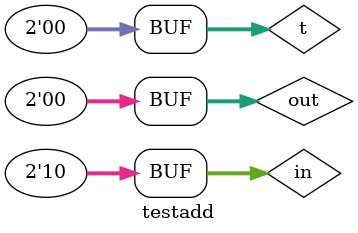
<source format=v>
`timescale 1ns / 1ps


module testadd;

	reg  [1:0]in;
	reg [1:0]out;
	reg [1:0]t;
	initial begin
		 out = 0;
		 in = 2;
		 t = 12;//1100
		
		

	end
      
endmodule


</source>
